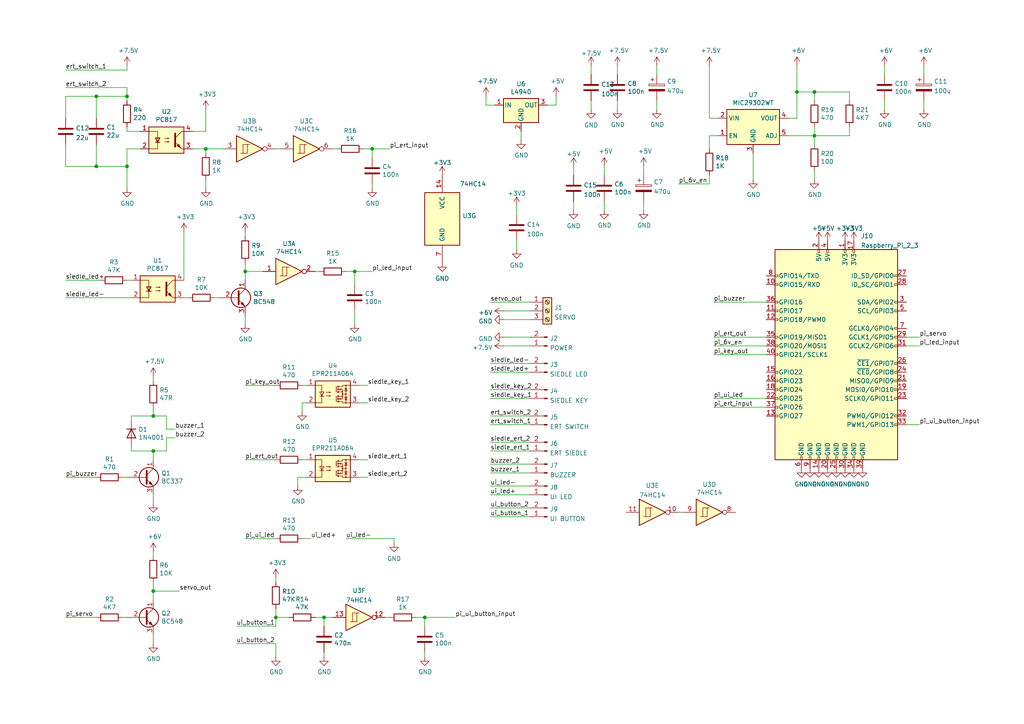
<source format=kicad_sch>
(kicad_sch (version 20211123) (generator eeschema)
  (paper "A4")
  (lib_symbols
    (symbol "74xx:74HC14" (pin_names (offset 1.016))
      (property "Reference" "U" (at 0 1.27 0))
      (property "Value" "74HC14" (at 0 -1.27 0))
      (symbol "74HC14_1_0"
        (pin input line (at -7.62 0 0) (length 3.81) (name "~") (number "1"))
        (pin output inverted (at 7.62 0 180) (length 3.81) (name "~") (number "2"))
      )
      (symbol "74HC14_2_0"
        (pin input line (at -7.62 0 0) (length 3.81) (name "~") (number "3"))
        (pin output inverted (at 7.62 0 180) (length 3.81) (name "~") (number "4"))
      )
      (symbol "74HC14_3_0"
        (pin input line (at -7.62 0 0) (length 3.81) (name "~") (number "5"))
        (pin output inverted (at 7.62 0 180) (length 3.81) (name "~") (number "6"))
      )
      (symbol "74HC14_4_0"
        (pin output inverted (at 7.62 0 180) (length 3.81) (name "~") (number "8"))
        (pin input line (at -7.62 0 0) (length 3.81) (name "~") (number "9"))
      )
      (symbol "74HC14_5_0"
        (pin output inverted (at 7.62 0 180) (length 3.81) (name "~") (number "10"))
        (pin input line (at -7.62 0 0) (length 3.81) (name "~") (number "11"))
      )
      (symbol "74HC14_6_0"
        (pin output inverted (at 7.62 0 180) (length 3.81) (name "~") (number "12"))
        (pin input line (at -7.62 0 0) (length 3.81) (name "~") (number "13"))
      )
      (symbol "74HC14_7_0"
        (pin power_in line (at 0 12.7 270) (length 5.08) (name "VCC") (number "14"))
        (pin power_in line (at 0 -12.7 90) (length 5.08) (name "GND") (number "7"))
      )
    )
    (symbol "Connector:Conn_01x02_Male" (pin_names (offset 1.016) hide)
      (property "Reference" "J" (at 0 2.54 0))
      (property "Value" "Conn_01x02_Male" (at 0 -5.08 0))
      (symbol "Conn_01x02_Male_1_1"
        (pin passive line (at 5.08 0 180) (length 3.81) (name "Pin_1") (number "1"))
        (pin passive line (at 5.08 -2.54 180) (length 3.81) (name "Pin_2") (number "2"))
      )
    )
    (symbol "Connector:Raspberry_Pi_2_3" (pin_names (offset 1.016))
      (property "Reference" "J" (at -17.78 31.75 0))
      (property "Value" "Raspberry_Pi_2_3" (at 10.16 -31.75 0))
      (symbol "Raspberry_Pi_2_3_1_1"
        (pin power_in line (at 2.54 33.02 270) (length 2.54) (name "3V3") (number "1"))
        (pin bidirectional line (at -20.32 20.32 0) (length 2.54) (name "GPIO15/RXD") (number "10"))
        (pin bidirectional line (at -20.32 12.7 0) (length 2.54) (name "GPIO17") (number "11"))
        (pin bidirectional line (at -20.32 10.16 0) (length 2.54) (name "GPIO18/PWM0") (number "12"))
        (pin bidirectional line (at -20.32 -17.78 0) (length 2.54) (name "GPIO27") (number "13"))
        (pin power_in line (at -5.08 -33.02 90) (length 2.54) (name "GND") (number "14"))
        (pin bidirectional line (at -20.32 -5.08 0) (length 2.54) (name "GPIO22") (number "15"))
        (pin bidirectional line (at -20.32 -7.62 0) (length 2.54) (name "GPIO23") (number "16"))
        (pin power_in line (at 5.08 33.02 270) (length 2.54) (name "3V3") (number "17"))
        (pin bidirectional line (at -20.32 -10.16 0) (length 2.54) (name "GPIO24") (number "18"))
        (pin bidirectional line (at 20.32 -10.16 180) (length 2.54) (name "MOSI0/GPIO10") (number "19"))
        (pin power_in line (at -5.08 33.02 270) (length 2.54) (name "5V") (number "2"))
        (pin power_in line (at -2.54 -33.02 90) (length 2.54) (name "GND") (number "20"))
        (pin bidirectional line (at 20.32 -7.62 180) (length 2.54) (name "MISO0/GPIO9") (number "21"))
        (pin bidirectional line (at -20.32 -12.7 0) (length 2.54) (name "GPIO25") (number "22"))
        (pin bidirectional line (at 20.32 -12.7 180) (length 2.54) (name "SCLK0/GPIO11") (number "23"))
        (pin bidirectional line (at 20.32 -5.08 180) (length 2.54) (name "~{CE0}/GPIO8") (number "24"))
        (pin power_in line (at 0 -33.02 90) (length 2.54) (name "GND") (number "25"))
        (pin bidirectional line (at 20.32 -2.54 180) (length 2.54) (name "~{CE1}/GPIO7") (number "26"))
        (pin bidirectional line (at 20.32 22.86 180) (length 2.54) (name "ID_SD/GPIO0") (number "27"))
        (pin bidirectional line (at 20.32 20.32 180) (length 2.54) (name "ID_SC/GPIO1") (number "28"))
        (pin bidirectional line (at 20.32 5.08 180) (length 2.54) (name "GCLK1/GPIO5") (number "29"))
        (pin bidirectional line (at 20.32 15.24 180) (length 2.54) (name "SDA/GPIO2") (number "3"))
        (pin power_in line (at 2.54 -33.02 90) (length 2.54) (name "GND") (number "30"))
        (pin bidirectional line (at 20.32 2.54 180) (length 2.54) (name "GCLK2/GPIO6") (number "31"))
        (pin bidirectional line (at 20.32 -17.78 180) (length 2.54) (name "PWM0/GPIO12") (number "32"))
        (pin bidirectional line (at 20.32 -20.32 180) (length 2.54) (name "PWM1/GPIO13") (number "33"))
        (pin power_in line (at 5.08 -33.02 90) (length 2.54) (name "GND") (number "34"))
        (pin bidirectional line (at -20.32 5.08 0) (length 2.54) (name "GPIO19/MISO1") (number "35"))
        (pin bidirectional line (at -20.32 15.24 0) (length 2.54) (name "GPIO16") (number "36"))
        (pin bidirectional line (at -20.32 -15.24 0) (length 2.54) (name "GPIO26") (number "37"))
        (pin bidirectional line (at -20.32 2.54 0) (length 2.54) (name "GPIO20/MOSI1") (number "38"))
        (pin power_in line (at 7.62 -33.02 90) (length 2.54) (name "GND") (number "39"))
        (pin power_in line (at -2.54 33.02 270) (length 2.54) (name "5V") (number "4"))
        (pin bidirectional line (at -20.32 0 0) (length 2.54) (name "GPIO21/SCLK1") (number "40"))
        (pin bidirectional line (at 20.32 12.7 180) (length 2.54) (name "SCL/GPIO3") (number "5"))
        (pin power_in line (at -10.16 -33.02 90) (length 2.54) (name "GND") (number "6"))
        (pin bidirectional line (at 20.32 7.62 180) (length 2.54) (name "GCLK0/GPIO4") (number "7"))
        (pin bidirectional line (at -20.32 22.86 0) (length 2.54) (name "GPIO14/TXD") (number "8"))
        (pin power_in line (at -7.62 -33.02 90) (length 2.54) (name "GND") (number "9"))
      )
    )
    (symbol "Connector:Screw_Terminal_01x03" (pin_names (offset 1.016) hide)
      (property "Reference" "J" (at 0 5.08 0))
      (property "Value" "Screw_Terminal_01x03" (at 0 -5.08 0))
      (symbol "Screw_Terminal_01x03_1_1"
        (pin passive line (at -5.08 2.54 0) (length 3.81) (name "Pin_1") (number "1"))
        (pin passive line (at -5.08 0 0) (length 3.81) (name "Pin_2") (number "2"))
        (pin passive line (at -5.08 -2.54 0) (length 3.81) (name "Pin_3") (number "3"))
      )
    )
    (symbol "Device:C" (pin_numbers hide) (pin_names (offset 0.254))
      (property "Reference" "C" (at 0.635 2.54 0))
      (property "Value" "C" (at 0.635 -2.54 0))
      (symbol "C_1_1"
        (pin passive line (at 0 3.81 270) (length 2.794) (name "~") (number "1"))
        (pin passive line (at 0 -3.81 90) (length 2.794) (name "~") (number "2"))
      )
    )
    (symbol "Device:C_Polarized" (pin_numbers hide) (pin_names (offset 0.254))
      (property "Reference" "C" (at 0.635 2.54 0))
      (property "Value" "C_Polarized" (at 0.635 -2.54 0))
      (symbol "C_Polarized_1_1"
        (pin passive line (at 0 3.81 270) (length 2.794) (name "~") (number "1"))
        (pin passive line (at 0 -3.81 90) (length 2.794) (name "~") (number "2"))
      )
    )
    (symbol "Device:R" (pin_numbers hide) (pin_names (offset 0))
      (property "Reference" "R" (at 2.032 0 90))
      (property "Value" "R" (at 0 0 90))
      (symbol "R_1_1"
        (pin passive line (at 0 3.81 270) (length 1.27) (name "~") (number "1"))
        (pin passive line (at 0 -3.81 90) (length 1.27) (name "~") (number "2"))
      )
    )
    (symbol "Diode:1N4001" (pin_numbers hide) (pin_names (offset 1.016) hide)
      (property "Reference" "D" (at 0 2.54 0))
      (property "Value" "1N4001" (at 0 -2.54 0))
      (symbol "1N4001_1_1"
        (pin passive line (at -3.81 0 0) (length 2.54) (name "K") (number "1"))
        (pin passive line (at 3.81 0 180) (length 2.54) (name "A") (number "2"))
      )
    )
    (symbol "Isolator:PC817" (pin_names (offset 1.016))
      (property "Reference" "U" (at -5.08 5.08 0))
      (property "Value" "PC817" (at 0 5.08 0))
      (symbol "PC817_1_1"
        (pin passive line (at -7.62 2.54 0) (length 2.54) (name "~") (number "1"))
        (pin passive line (at -7.62 -2.54 0) (length 2.54) (name "~") (number "2"))
        (pin passive line (at 7.62 -2.54 180) (length 2.54) (name "~") (number "3"))
        (pin passive line (at 7.62 2.54 180) (length 2.54) (name "~") (number "4"))
      )
    )
    (symbol "Regulator_Linear:L7805" (pin_names (offset 0.254))
      (property "Reference" "U" (at -3.81 3.175 0))
      (property "Value" "L7805" (at 0 3.175 0))
      (symbol "L7805_1_1"
        (pin power_in line (at -7.62 0 0) (length 2.54) (name "IN") (number "1"))
        (pin power_in line (at 0 -7.62 90) (length 2.54) (name "GND") (number "2"))
        (pin power_out line (at 7.62 0 180) (length 2.54) (name "OUT") (number "3"))
      )
    )
    (symbol "Regulator_Linear:MIC29302WT"
      (property "Reference" "U" (at -6.35 6.35 0))
      (property "Value" "MIC29302WT" (at 2.54 6.35 0))
      (symbol "MIC29302WT_1_1"
        (pin input line (at -10.16 -2.54 0) (length 2.54) (name "EN") (number "1"))
        (pin power_in line (at -10.16 2.54 0) (length 2.54) (name "VIN") (number "2"))
        (pin power_in line (at 0 -7.62 90) (length 2.54) (name "GND") (number "3"))
        (pin power_out line (at 10.16 2.54 180) (length 2.54) (name "VOUT") (number "4"))
        (pin input line (at 10.16 -2.54 180) (length 2.54) (name "ADJ") (number "5"))
      )
    )
    (symbol "Relay_SolidState:TLP222A"
      (property "Reference" "U" (at -5.08 5.08 0))
      (property "Value" "TLP222A" (at 0 5.08 0))
      (symbol "TLP222A_1_1"
        (pin passive line (at -7.62 2.54 0) (length 2.54) (name "~") (number "1"))
        (pin passive line (at -7.62 -2.54 0) (length 2.54) (name "~") (number "2"))
        (pin passive line (at 7.62 -2.54 180) (length 2.54) (name "~") (number "3"))
        (pin passive line (at 7.62 2.54 180) (length 2.54) (name "~") (number "4"))
      )
    )
    (symbol "Transistor_BJT:BC337" (pin_names (offset 0) hide)
      (property "Reference" "Q" (at 5.08 1.905 0))
      (property "Value" "BC337" (at 5.08 0 0))
      (symbol "BC337_1_1"
        (pin passive line (at 2.54 5.08 270) (length 2.54) (name "C") (number "1"))
        (pin input line (at -5.08 0 0) (length 5.08) (name "B") (number "2"))
        (pin passive line (at 2.54 -5.08 90) (length 2.54) (name "E") (number "3"))
      )
    )
    (symbol "Transistor_BJT:BC548" (pin_names (offset 0) hide)
      (property "Reference" "Q" (at 5.08 1.905 0))
      (property "Value" "BC548" (at 5.08 0 0))
      (symbol "BC548_1_1"
        (pin passive line (at 2.54 5.08 270) (length 2.54) (name "C") (number "1"))
        (pin input line (at -5.08 0 0) (length 5.08) (name "B") (number "2"))
        (pin passive line (at 2.54 -5.08 90) (length 2.54) (name "E") (number "3"))
      )
    )
    (symbol "power:+3.3V" (power) (pin_names (offset 0))
      (property "Value" "+3.3V" (at 0 3.556 0))
      (symbol "+3.3V_1_1"
        (pin power_in line (at 0 0 90) (length 0) hide (name "+3V3") (number "1"))
      )
    )
    (symbol "power:+5V" (power) (pin_names (offset 0))
      (property "Value" "+5V" (at 0 3.556 0))
      (symbol "+5V_1_1"
        (pin power_in line (at 0 0 90) (length 0) hide (name "+5V") (number "1"))
      )
    )
    (symbol "power:+6V" (power) (pin_names (offset 0))
      (property "Value" "+6V" (at 0 3.556 0))
      (symbol "+6V_1_1"
        (pin power_in line (at 0 0 90) (length 0) hide (name "+6V") (number "1"))
      )
    )
    (symbol "power:+7.5V" (power) (pin_names (offset 0))
      (property "Value" "+7.5V" (at 0 3.556 0))
      (symbol "+7.5V_1_1"
        (pin power_in line (at 0 0 90) (length 0) hide (name "+7.5V") (number "1"))
      )
    )
    (symbol "power:GND" (power) (pin_names (offset 0))
      (property "Value" "GND" (at 0 -3.81 0))
      (symbol "GND_1_1"
        (pin power_in line (at 0 0 270) (length 0) hide (name "GND") (number "1"))
      )
    )
  )
  (junction (at 27.94 48.26))
  (junction (at 80.01 179.07))
  (junction (at 107.95 43.18))
  (junction (at 44.45 120.65))
  (junction (at 236.22 26.67))
  (junction (at 71.12 78.74))
  (junction (at 36.83 27.94))
  (junction (at 44.45 130.81))
  (junction (at 59.69 43.18))
  (junction (at 93.98 179.07))
  (junction (at 236.22 39.37))
  (junction (at 44.45 171.45))
  (junction (at 36.83 48.26))
  (junction (at 231.14 26.67))
  (junction (at 123.19 179.07))
  (junction (at 27.94 27.94))
  (junction (at 102.87 78.74))
  (wire (pts (xy 149.86 69.85) (xy 149.86 72.39)))
  (wire (pts (xy 231.14 34.29) (xy 228.6 34.29)))
  (wire (pts (xy 19.05 27.94) (xy 19.05 34.29)))
  (wire (pts (xy 205.74 34.29) (xy 208.28 34.29)))
  (wire (pts (xy 105.41 43.18) (xy 107.95 43.18)))
  (wire (pts (xy 120.65 179.07) (xy 123.19 179.07)))
  (wire (pts (xy 38.1 130.81) (xy 44.45 130.81)))
  (wire (pts (xy 236.22 36.83) (xy 236.22 39.37)))
  (wire (pts (xy 44.45 171.45) (xy 44.45 173.99)))
  (wire (pts (xy 44.45 171.45) (xy 52.07 171.45)))
  (wire (pts (xy 142.24 123.19) (xy 153.67 123.19)))
  (wire (pts (xy 87.63 133.35) (xy 88.9 133.35)))
  (wire (pts (xy 205.74 39.37) (xy 205.74 43.18)))
  (wire (pts (xy 36.83 48.26) (xy 27.94 48.26)))
  (wire (pts (xy 107.95 53.34) (xy 107.95 54.61)))
  (wire (pts (xy 123.19 179.07) (xy 132.08 179.07)))
  (wire (pts (xy 71.12 91.44) (xy 71.12 93.98)))
  (wire (pts (xy 142.24 130.81) (xy 153.67 130.81)))
  (wire (pts (xy 262.89 100.33) (xy 266.7 100.33)))
  (wire (pts (xy 68.58 186.69) (xy 80.01 186.69)))
  (wire (pts (xy 190.5 19.05) (xy 190.5 21.59)))
  (wire (pts (xy 208.28 39.37) (xy 205.74 39.37)))
  (wire (pts (xy 40.64 43.18) (xy 36.83 43.18)))
  (wire (pts (xy 80.01 167.64) (xy 80.01 168.91)))
  (wire (pts (xy 207.01 118.11) (xy 222.25 118.11)))
  (wire (pts (xy 246.38 39.37) (xy 246.38 36.83)))
  (wire (pts (xy 48.26 130.81) (xy 48.26 127)))
  (wire (pts (xy 142.24 115.57) (xy 153.67 115.57)))
  (wire (pts (xy 142.24 113.03) (xy 153.67 113.03)))
  (wire (pts (xy 146.05 97.79) (xy 153.67 97.79)))
  (wire (pts (xy 142.24 137.16) (xy 153.67 137.16)))
  (wire (pts (xy 267.97 29.21) (xy 267.97 31.75)))
  (wire (pts (xy 80.01 179.07) (xy 80.01 176.53)))
  (wire (pts (xy 59.69 43.18) (xy 59.69 44.45)))
  (wire (pts (xy 146.05 92.71) (xy 153.67 92.71)))
  (wire (pts (xy 59.69 52.07) (xy 59.69 54.61)))
  (wire (pts (xy 149.86 59.69) (xy 149.86 62.23)))
  (wire (pts (xy 166.37 58.42) (xy 166.37 60.96)))
  (wire (pts (xy 53.34 81.28) (xy 53.34 67.31)))
  (wire (pts (xy 104.14 133.35) (xy 106.68 133.35)))
  (wire (pts (xy 256.54 29.21) (xy 256.54 31.75)))
  (wire (pts (xy 71.12 76.2) (xy 71.12 78.74)))
  (wire (pts (xy 93.98 189.23) (xy 93.98 190.5)))
  (wire (pts (xy 80.01 156.21) (xy 71.12 156.21)))
  (wire (pts (xy 231.14 26.67) (xy 236.22 26.67)))
  (wire (pts (xy 36.83 48.26) (xy 36.83 54.61)))
  (wire (pts (xy 36.83 19.05) (xy 36.83 20.32)))
  (wire (pts (xy 171.45 19.05) (xy 171.45 21.59)))
  (wire (pts (xy 48.26 124.46) (xy 50.8 124.46)))
  (wire (pts (xy 59.69 43.18) (xy 64.77 43.18)))
  (wire (pts (xy 246.38 26.67) (xy 246.38 29.21)))
  (wire (pts (xy 80.01 186.69) (xy 80.01 190.5)))
  (wire (pts (xy 107.95 43.18) (xy 107.95 45.72)))
  (wire (pts (xy 80.01 111.76) (xy 71.12 111.76)))
  (wire (pts (xy 186.69 48.26) (xy 186.69 50.8)))
  (wire (pts (xy 102.87 90.17) (xy 102.87 93.98)))
  (wire (pts (xy 104.14 111.76) (xy 106.68 111.76)))
  (wire (pts (xy 175.26 48.26) (xy 175.26 50.8)))
  (wire (pts (xy 91.44 179.07) (xy 93.98 179.07)))
  (wire (pts (xy 35.56 138.43) (xy 36.83 138.43)))
  (wire (pts (xy 27.94 48.26) (xy 27.94 41.91)))
  (wire (pts (xy 190.5 29.21) (xy 190.5 31.75)))
  (wire (pts (xy 228.6 39.37) (xy 236.22 39.37)))
  (wire (pts (xy 36.83 38.1) (xy 40.64 38.1)))
  (wire (pts (xy 87.63 156.21) (xy 90.17 156.21)))
  (wire (pts (xy 231.14 19.05) (xy 231.14 26.67)))
  (wire (pts (xy 123.19 189.23) (xy 123.19 190.5)))
  (wire (pts (xy 44.45 184.15) (xy 44.45 186.69)))
  (wire (pts (xy 86.36 138.43) (xy 88.9 138.43)))
  (wire (pts (xy 236.22 39.37) (xy 236.22 41.91)))
  (wire (pts (xy 142.24 107.95) (xy 153.67 107.95)))
  (wire (pts (xy 44.45 109.22) (xy 44.45 110.49)))
  (wire (pts (xy 27.94 138.43) (xy 19.05 138.43)))
  (wire (pts (xy 142.24 149.86) (xy 153.67 149.86)))
  (wire (pts (xy 27.94 179.07) (xy 19.05 179.07)))
  (wire (pts (xy 171.45 29.21) (xy 171.45 31.75)))
  (wire (pts (xy 104.14 138.43) (xy 106.68 138.43)))
  (wire (pts (xy 48.26 120.65) (xy 48.26 124.46)))
  (wire (pts (xy 161.29 27.94) (xy 161.29 30.48)))
  (wire (pts (xy 262.89 123.19) (xy 266.7 123.19)))
  (wire (pts (xy 55.88 43.18) (xy 59.69 43.18)))
  (wire (pts (xy 218.44 44.45) (xy 218.44 52.07)))
  (wire (pts (xy 44.45 130.81) (xy 48.26 130.81)))
  (wire (pts (xy 36.83 36.83) (xy 36.83 38.1)))
  (wire (pts (xy 38.1 86.36) (xy 19.05 86.36)))
  (wire (pts (xy 29.21 81.28) (xy 19.05 81.28)))
  (wire (pts (xy 179.07 19.05) (xy 179.07 21.59)))
  (wire (pts (xy 175.26 58.42) (xy 175.26 60.96)))
  (wire (pts (xy 44.45 143.51) (xy 44.45 146.05)))
  (wire (pts (xy 207.01 102.87) (xy 222.25 102.87)))
  (wire (pts (xy 71.12 78.74) (xy 71.12 81.28)))
  (wire (pts (xy 262.89 97.79) (xy 266.7 97.79)))
  (wire (pts (xy 142.24 87.63) (xy 153.67 87.63)))
  (wire (pts (xy 166.37 48.26) (xy 166.37 50.8)))
  (wire (pts (xy 19.05 48.26) (xy 19.05 41.91)))
  (wire (pts (xy 36.83 27.94) (xy 36.83 29.21)))
  (wire (pts (xy 236.22 39.37) (xy 246.38 39.37)))
  (wire (pts (xy 36.83 81.28) (xy 38.1 81.28)))
  (wire (pts (xy 71.12 78.74) (xy 76.2 78.74)))
  (wire (pts (xy 205.74 50.8) (xy 205.74 53.34)))
  (wire (pts (xy 104.14 116.84) (xy 106.68 116.84)))
  (wire (pts (xy 161.29 30.48) (xy 158.75 30.48)))
  (wire (pts (xy 256.54 19.05) (xy 256.54 21.59)))
  (wire (pts (xy 102.87 78.74) (xy 102.87 82.55)))
  (wire (pts (xy 140.97 30.48) (xy 143.51 30.48)))
  (wire (pts (xy 44.45 120.65) (xy 44.45 118.11)))
  (wire (pts (xy 44.45 120.65) (xy 48.26 120.65)))
  (wire (pts (xy 44.45 168.91) (xy 44.45 171.45)))
  (wire (pts (xy 53.34 86.36) (xy 54.61 86.36)))
  (wire (pts (xy 111.76 179.07) (xy 113.03 179.07)))
  (wire (pts (xy 44.45 160.02) (xy 44.45 161.29)))
  (wire (pts (xy 36.83 179.07) (xy 35.56 179.07)))
  (wire (pts (xy 114.3 156.21) (xy 114.3 157.48)))
  (wire (pts (xy 36.83 43.18) (xy 36.83 48.26)))
  (wire (pts (xy 102.87 78.74) (xy 107.95 78.74)))
  (wire (pts (xy 123.19 179.07) (xy 123.19 181.61)))
  (wire (pts (xy 59.69 38.1) (xy 55.88 38.1)))
  (wire (pts (xy 142.24 105.41) (xy 153.67 105.41)))
  (wire (pts (xy 80.01 43.18) (xy 81.28 43.18)))
  (wire (pts (xy 236.22 49.53) (xy 236.22 52.07)))
  (wire (pts (xy 207.01 97.79) (xy 222.25 97.79)))
  (wire (pts (xy 19.05 25.4) (xy 36.83 25.4)))
  (wire (pts (xy 107.95 43.18) (xy 113.03 43.18)))
  (wire (pts (xy 205.74 19.05) (xy 205.74 34.29)))
  (wire (pts (xy 87.63 111.76) (xy 88.9 111.76)))
  (wire (pts (xy 151.13 38.1) (xy 151.13 40.64)))
  (wire (pts (xy 142.24 120.65) (xy 153.67 120.65)))
  (wire (pts (xy 196.85 148.59) (xy 198.12 148.59)))
  (wire (pts (xy 59.69 31.75) (xy 59.69 38.1)))
  (wire (pts (xy 87.63 116.84) (xy 87.63 119.38)))
  (wire (pts (xy 36.83 20.32) (xy 19.05 20.32)))
  (wire (pts (xy 87.63 116.84) (xy 88.9 116.84)))
  (wire (pts (xy 146.05 90.17) (xy 153.67 90.17)))
  (wire (pts (xy 267.97 19.05) (xy 267.97 21.59)))
  (wire (pts (xy 91.44 78.74) (xy 92.71 78.74)))
  (wire (pts (xy 38.1 121.92) (xy 38.1 120.65)))
  (wire (pts (xy 236.22 29.21) (xy 236.22 26.67)))
  (wire (pts (xy 80.01 133.35) (xy 71.12 133.35)))
  (wire (pts (xy 142.24 134.62) (xy 153.67 134.62)))
  (wire (pts (xy 86.36 138.43) (xy 86.36 140.97)))
  (wire (pts (xy 36.83 25.4) (xy 36.83 27.94)))
  (wire (pts (xy 27.94 48.26) (xy 19.05 48.26)))
  (wire (pts (xy 93.98 179.07) (xy 96.52 179.07)))
  (wire (pts (xy 93.98 179.07) (xy 93.98 181.61)))
  (wire (pts (xy 48.26 127) (xy 50.8 127)))
  (wire (pts (xy 205.74 53.34) (xy 196.85 53.34)))
  (wire (pts (xy 207.01 100.33) (xy 222.25 100.33)))
  (wire (pts (xy 146.05 100.33) (xy 153.67 100.33)))
  (wire (pts (xy 186.69 58.42) (xy 186.69 60.96)))
  (wire (pts (xy 80.01 179.07) (xy 83.82 179.07)))
  (wire (pts (xy 80.01 181.61) (xy 68.58 181.61)))
  (wire (pts (xy 142.24 143.51) (xy 153.67 143.51)))
  (wire (pts (xy 38.1 129.54) (xy 38.1 130.81)))
  (wire (pts (xy 207.01 115.57) (xy 222.25 115.57)))
  (wire (pts (xy 142.24 128.27) (xy 153.67 128.27)))
  (wire (pts (xy 140.97 27.94) (xy 140.97 30.48)))
  (wire (pts (xy 96.52 43.18) (xy 97.79 43.18)))
  (wire (pts (xy 100.33 156.21) (xy 114.3 156.21)))
  (wire (pts (xy 27.94 27.94) (xy 19.05 27.94)))
  (wire (pts (xy 207.01 87.63) (xy 222.25 87.63)))
  (wire (pts (xy 44.45 130.81) (xy 44.45 133.35)))
  (wire (pts (xy 36.83 27.94) (xy 27.94 27.94)))
  (wire (pts (xy 231.14 26.67) (xy 231.14 34.29)))
  (wire (pts (xy 100.33 78.74) (xy 102.87 78.74)))
  (wire (pts (xy 62.23 86.36) (xy 63.5 86.36)))
  (wire (pts (xy 27.94 27.94) (xy 27.94 34.29)))
  (wire (pts (xy 71.12 67.31) (xy 71.12 68.58)))
  (wire (pts (xy 142.24 147.32) (xy 153.67 147.32)))
  (wire (pts (xy 38.1 120.65) (xy 44.45 120.65)))
  (wire (pts (xy 142.24 140.97) (xy 153.67 140.97)))
  (wire (pts (xy 179.07 29.21) (xy 179.07 31.75)))
  (wire (pts (xy 80.01 179.07) (xy 80.01 181.61)))
  (wire (pts (xy 236.22 26.67) (xy 246.38 26.67)))
  (label "pi_key_out" (at 207.01 102.87 0))
  (label "buzzer_2" (at 50.8 127 0))
  (label "ui_led-" (at 100.33 156.21 0))
  (label "pi_ui_led" (at 207.01 115.57 0))
  (label "ert_switch_1" (at 142.24 123.19 0))
  (label "pi_servo" (at 266.7 97.79 0))
  (label "pi_6v_en" (at 196.85 53.34 0))
  (label "siedle_ert_1" (at 142.24 130.81 0))
  (label "pi_ui_led" (at 71.12 156.21 0))
  (label "siedle_ert_2" (at 106.68 138.43 0))
  (label "siedle_ert_1" (at 106.68 133.35 0))
  (label "pi_6v_en" (at 207.01 100.33 0))
  (label "pi_ui_button_input" (at 132.08 179.07 0))
  (label "siedle_led+" (at 19.05 81.28 0))
  (label "pi_ert_input" (at 113.03 43.18 0))
  (label "pi_buzzer" (at 19.05 138.43 0))
  (label "buzzer_1" (at 50.8 124.46 0))
  (label "pi_ert_input" (at 207.01 118.11 0))
  (label "siedle_ert_2" (at 142.24 128.27 0))
  (label "pi_ert_out" (at 71.12 133.35 0))
  (label "siedle_key_2" (at 142.24 113.03 0))
  (label "siedle_key_2" (at 106.68 116.84 0))
  (label "ui_led-" (at 142.24 140.97 0))
  (label "ui_led+" (at 142.24 143.51 0))
  (label "pi_key_out" (at 71.12 111.76 0))
  (label "pi_servo" (at 19.05 179.07 0))
  (label "siedle_led+" (at 142.24 107.95 0))
  (label "buzzer_2" (at 142.24 134.62 0))
  (label "ert_switch_1" (at 19.05 20.32 0))
  (label "pi_led_input" (at 266.7 100.33 0))
  (label "siedle_led-" (at 19.05 86.36 0))
  (label "servo_out" (at 52.07 171.45 0))
  (label "ui_button_2" (at 142.24 147.32 0))
  (label "ui_button_2" (at 68.58 186.69 0))
  (label "pi_led_input" (at 107.95 78.74 0))
  (label "siedle_led-" (at 142.24 105.41 0))
  (label "pi_ert_out" (at 207.01 97.79 0))
  (label "ert_switch_2" (at 142.24 120.65 0))
  (label "ert_switch_2" (at 19.05 25.4 0))
  (label "siedle_key_1" (at 142.24 115.57 0))
  (label "buzzer_1" (at 142.24 137.16 0))
  (label "servo_out" (at 142.24 87.63 0))
  (label "pi_ui_button_input" (at 266.7 123.19 0))
  (label "siedle_key_1" (at 106.68 111.76 0))
  (label "ui_button_1" (at 68.58 181.61 0))
  (label "ui_led+" (at 90.17 156.21 0))
  (label "ui_button_1" (at 142.24 149.86 0))
  (label "pi_buzzer" (at 207.01 87.63 0))
  (symbol (lib_id "Transistor_BJT:BC548") (at 41.91 179.07 0) (unit 1)
    (property "Reference" "Q2" (at 46.7614 177.9016 0) (effects (justify left)))
    (property "Value" "BC548" (at 46.7614 180.213 0) (effects (justify left)))
    (property "Footprint" "Package_TO_SOT_THT:TO-92_Inline_Wide" (effects hide))
    (property "Datasheet" "https://www.onsemi.com/pub/Collateral/BC550-D.pdf" (effects hide))
  )
  (symbol (lib_id "Device:R") (at 44.45 165.1 0) (unit 1)
    (property "Reference" "R6" (at 46.228 163.9316 0) (effects (justify left)))
    (property "Value" "10K" (at 46.228 166.243 0) (effects (justify left)))
    (property "Footprint" "Resistor_THT:R_Axial_DIN0207_L6.3mm_D2.5mm_P2.54mm_Vertical" (effects hide))
  )
  (symbol (lib_id "Device:R") (at 31.75 179.07 270) (unit 1)
    (property "Reference" "R2" (at 31.75 173.8122 90))
    (property "Value" "4K7" (at 31.75 176.1236 90))
    (property "Footprint" "Resistor_THT:R_Axial_DIN0207_L6.3mm_D2.5mm_P2.54mm_Vertical" (effects hide))
  )
  (symbol (lib_id "power:GND") (at 44.45 186.69 0) (unit 1)
    (property "Reference" "#PWR06" (effects hide))
    (property "Value" "GND" (at 44.577 191.0842 0))
  )
  (symbol (lib_id "power:+6V") (at 44.45 160.02 0) (unit 1)
    (property "Reference" "#PWR05" (effects hide))
    (property "Value" "+6V" (at 44.831 155.6258 0))
  )
  (symbol (lib_id "Device:R") (at 31.75 138.43 270) (unit 1)
    (property "Reference" "R1" (at 31.75 133.1722 90))
    (property "Value" "470" (at 31.75 135.4836 90))
    (property "Footprint" "Resistor_THT:R_Axial_DIN0207_L6.3mm_D2.5mm_P2.54mm_Vertical" (effects hide))
  )
  (symbol (lib_id "Transistor_BJT:BC337") (at 41.91 138.43 0) (unit 1)
    (property "Reference" "Q1" (at 46.7614 137.2616 0) (effects (justify left)))
    (property "Value" "BC337" (at 46.7614 139.573 0) (effects (justify left)))
    (property "Footprint" "Package_TO_SOT_THT:TO-92_Inline_Wide" (effects hide))
    (property "Datasheet" "https://diotec.com/tl_files/diotec/files/pdf/datasheets/bc337.pdf" (effects hide))
  )
  (symbol (lib_id "Diode:1N4001") (at 38.1 125.73 270) (unit 1)
    (property "Reference" "D1" (at 40.132 124.5616 90) (effects (justify left)))
    (property "Value" "1N4001" (at 40.132 126.873 90) (effects (justify left)))
    (property "Footprint" "Diode_THT:D_DO-41_SOD81_P2.54mm_Vertical_AnodeUp" (effects hide))
    (property "Datasheet" "http://www.vishay.com/docs/88503/1n4001.pdf" (effects hide))
  )
  (symbol (lib_id "power:GND") (at 44.45 146.05 0) (unit 1)
    (property "Reference" "#PWR04" (effects hide))
    (property "Value" "GND" (at 44.577 150.4442 0))
  )
  (symbol (lib_id "Device:R") (at 44.45 114.3 0) (unit 1)
    (property "Reference" "R5" (at 46.228 113.1316 0) (effects (justify left)))
    (property "Value" "47R" (at 46.228 115.443 0) (effects (justify left)))
    (property "Footprint" "Resistor_THT:R_Axial_DIN0207_L6.3mm_D2.5mm_P5.08mm_Vertical" (effects hide))
  )
  (symbol (lib_id "power:+7.5V") (at 44.45 109.22 0) (unit 1)
    (property "Reference" "#PWR03" (effects hide))
    (property "Value" "+7.5V" (at 44.831 104.8258 0))
  )
  (symbol (lib_id "Isolator:PC817") (at 45.72 83.82 0) (unit 1)
    (property "Reference" "U1" (at 45.72 75.565 0))
    (property "Value" "PC817" (at 45.72 77.8764 0))
    (property "Footprint" "Package_DIP:DIP-4_W7.62mm" (effects hide))
    (property "Datasheet" "http://www.soselectronic.cz/a_info/resource/d/pc817.pdf" (effects hide))
  )
  (symbol (lib_id "Device:R") (at 58.42 86.36 90) (unit 1)
    (property "Reference" "R7" (at 58.42 81.1022 90))
    (property "Value" "10K" (at 58.42 83.4136 90))
    (property "Footprint" "Resistor_THT:R_Axial_DIN0207_L6.3mm_D2.5mm_P10.16mm_Horizontal" (effects hide))
  )
  (symbol (lib_id "Transistor_BJT:BC548") (at 68.58 86.36 0) (unit 1)
    (property "Reference" "Q3" (at 73.4314 85.1916 0) (effects (justify left)))
    (property "Value" "BC548" (at 73.4314 87.503 0) (effects (justify left)))
    (property "Footprint" "Package_TO_SOT_THT:TO-92_Inline_Wide" (effects hide))
    (property "Datasheet" "https://www.onsemi.com/pub/Collateral/BC550-D.pdf" (effects hide))
  )
  (symbol (lib_id "Device:R") (at 71.12 72.39 0) (unit 1)
    (property "Reference" "R9" (at 72.898 71.2216 0) (effects (justify left)))
    (property "Value" "10K" (at 72.898 73.533 0) (effects (justify left)))
    (property "Footprint" "Resistor_THT:R_Axial_DIN0207_L6.3mm_D2.5mm_P10.16mm_Horizontal" (effects hide))
  )
  (symbol (lib_id "Device:R") (at 33.02 81.28 270) (unit 1)
    (property "Reference" "R3" (at 33.02 76.0222 90))
    (property "Value" "47K" (at 33.02 78.3336 90))
    (property "Footprint" "Resistor_THT:R_Axial_DIN0207_L6.3mm_D2.5mm_P5.08mm_Vertical" (effects hide))
  )
  (symbol (lib_id "74xx:74HC14") (at 83.82 78.74 0) (unit 1)
    (property "Reference" "U3" (at 83.82 70.6882 0))
    (property "Value" "74HC14" (at 83.82 72.9996 0))
    (property "Footprint" "Package_DIP:DIP-14_W7.62mm" (effects hide))
    (property "Datasheet" "http://www.ti.com/lit/gpn/sn74HC14" (effects hide))
  )
  (symbol (lib_id "Device:R") (at 96.52 78.74 270) (unit 1)
    (property "Reference" "R15" (at 96.52 73.4822 90))
    (property "Value" "1K" (at 96.52 75.7936 90))
    (property "Footprint" "Resistor_THT:R_Axial_DIN0309_L9.0mm_D3.2mm_P12.70mm_Horizontal" (effects hide))
  )
  (symbol (lib_id "Device:C") (at 123.19 185.42 0) (unit 1)
    (property "Reference" "C5" (at 126.111 184.2516 0) (effects (justify left)))
    (property "Value" "100n" (at 126.111 186.563 0) (effects (justify left)))
    (property "Footprint" "Capacitor_THT:C_Disc_D5.0mm_W2.5mm_P2.50mm" (effects hide))
  )
  (symbol (lib_id "Device:C") (at 102.87 86.36 0) (unit 1)
    (property "Reference" "C3" (at 105.791 85.1916 0) (effects (justify left)))
    (property "Value" "100n" (at 105.791 87.503 0) (effects (justify left)))
    (property "Footprint" "Capacitor_THT:C_Disc_D5.0mm_W2.5mm_P2.50mm" (effects hide))
  )
  (symbol (lib_id "Device:C") (at 107.95 49.53 0) (unit 1)
    (property "Reference" "C4" (at 110.871 48.3616 0) (effects (justify left)))
    (property "Value" "100n" (at 110.871 50.673 0) (effects (justify left)))
    (property "Footprint" "Capacitor_THT:C_Disc_D5.0mm_W2.5mm_P2.50mm" (effects hide))
  )
  (symbol (lib_id "power:+3.3V") (at 71.12 67.31 0) (unit 1)
    (property "Reference" "#PWR010" (effects hide))
    (property "Value" "+3.3V" (at 71.501 62.9158 0))
  )
  (symbol (lib_id "power:GND") (at 71.12 93.98 0) (unit 1)
    (property "Reference" "#PWR011" (effects hide))
    (property "Value" "GND" (at 71.247 98.3742 0))
  )
  (symbol (lib_id "power:+3.3V") (at 53.34 67.31 0) (unit 1)
    (property "Reference" "#PWR07" (effects hide))
    (property "Value" "+3.3V" (at 53.721 62.9158 0))
  )
  (symbol (lib_id "power:GND") (at 123.19 190.5 0) (unit 1)
    (property "Reference" "#PWR020" (effects hide))
    (property "Value" "GND" (at 123.317 194.8942 0))
  )
  (symbol (lib_id "Relay_SolidState:TLP222A") (at 96.52 114.3 0) (unit 1)
    (property "Reference" "U4" (at 96.52 106.045 0))
    (property "Value" "EPR211A064" (at 96.52 108.3564 0))
    (property "Footprint" "Package_DIP:DIP-4_W7.62mm" (effects hide))
    (property "Datasheet" "https://toshiba.semicon-storage.com/info/docget.jsp?did=17036&prodName=TLP222A" (effects hide))
  )
  (symbol (lib_id "Device:R") (at 83.82 111.76 270) (unit 1)
    (property "Reference" "R11" (at 83.82 106.5022 90))
    (property "Value" "470" (at 83.82 108.8136 90))
    (property "Footprint" "Resistor_THT:R_Axial_DIN0207_L6.3mm_D2.5mm_P5.08mm_Vertical" (effects hide))
  )
  (symbol (lib_id "Relay_SolidState:TLP222A") (at 96.52 135.89 0) (unit 1)
    (property "Reference" "U5" (at 96.52 127.635 0))
    (property "Value" "EPR211A064" (at 96.52 129.9464 0))
    (property "Footprint" "Package_DIP:DIP-4_W7.62mm" (effects hide))
    (property "Datasheet" "https://toshiba.semicon-storage.com/info/docget.jsp?did=17036&prodName=TLP222A" (effects hide))
  )
  (symbol (lib_id "Device:R") (at 83.82 133.35 270) (unit 1)
    (property "Reference" "R12" (at 83.82 128.0922 90))
    (property "Value" "470" (at 83.82 130.4036 90))
    (property "Footprint" "Resistor_THT:R_Axial_DIN0207_L6.3mm_D2.5mm_P10.16mm_Horizontal" (effects hide))
  )
  (symbol (lib_id "power:GND") (at 107.95 54.61 0) (unit 1)
    (property "Reference" "#PWR019" (effects hide))
    (property "Value" "GND" (at 108.077 59.0042 0))
  )
  (symbol (lib_id "power:GND") (at 102.87 93.98 0) (unit 1)
    (property "Reference" "#PWR018" (effects hide))
    (property "Value" "GND" (at 102.997 98.3742 0))
  )
  (symbol (lib_id "power:+7.5V") (at 36.83 19.05 0) (unit 1)
    (property "Reference" "#PWR01" (effects hide))
    (property "Value" "+7.5V" (at 37.211 14.6558 0))
  )
  (symbol (lib_id "Device:R") (at 36.83 33.02 0) (unit 1)
    (property "Reference" "R4" (at 38.608 31.8516 0) (effects (justify left)))
    (property "Value" "220" (at 38.608 34.163 0) (effects (justify left)))
    (property "Footprint" "Resistor_THT:R_Axial_DIN0207_L6.3mm_D2.5mm_P2.54mm_Vertical" (effects hide))
  )
  (symbol (lib_id "Device:C") (at 27.94 38.1 0) (unit 1)
    (property "Reference" "C1" (at 30.861 36.9316 0) (effects (justify left)))
    (property "Value" "22u" (at 30.861 39.243 0) (effects (justify left)))
    (property "Footprint" "Capacitor_SMD:C_1210_3225Metric" (effects hide))
  )
  (symbol (lib_id "Isolator:PC817") (at 48.26 40.64 0) (unit 1)
    (property "Reference" "U2" (at 48.26 32.385 0))
    (property "Value" "PC817" (at 48.26 34.6964 0))
    (property "Footprint" "Package_DIP:DIP-4_W7.62mm" (effects hide))
    (property "Datasheet" "http://www.soselectronic.cz/a_info/resource/d/pc817.pdf" (effects hide))
  )
  (symbol (lib_id "Device:R") (at 59.69 48.26 0) (unit 1)
    (property "Reference" "R8" (at 61.468 47.0916 0) (effects (justify left)))
    (property "Value" "1K" (at 61.468 49.403 0) (effects (justify left)))
    (property "Footprint" "Resistor_THT:R_Axial_DIN0207_L6.3mm_D2.5mm_P10.16mm_Horizontal" (effects hide))
  )
  (symbol (lib_id "power:+3.3V") (at 59.69 31.75 0) (unit 1)
    (property "Reference" "#PWR08" (effects hide))
    (property "Value" "+3.3V" (at 60.071 27.3558 0))
  )
  (symbol (lib_id "74xx:74HC14") (at 72.39 43.18 0) (unit 2)
    (property "Reference" "U3" (at 72.39 35.1282 0))
    (property "Value" "74HC14" (at 72.39 37.4396 0))
    (property "Footprint" "Package_DIP:DIP-14_W7.62mm" (effects hide))
    (property "Datasheet" "http://www.ti.com/lit/gpn/sn74HC14" (effects hide))
  )
  (symbol (lib_id "74xx:74HC14") (at 88.9 43.18 0) (unit 3)
    (property "Reference" "U3" (at 88.9 35.1282 0))
    (property "Value" "74HC14" (at 88.9 37.4396 0))
    (property "Footprint" "Package_DIP:DIP-14_W7.62mm" (effects hide))
    (property "Datasheet" "http://www.ti.com/lit/gpn/sn74HC14" (effects hide))
  )
  (symbol (lib_id "Device:R") (at 101.6 43.18 270) (unit 1)
    (property "Reference" "R16" (at 101.6 37.9222 90))
    (property "Value" "1K" (at 101.6 40.2336 90))
    (property "Footprint" "Resistor_THT:R_Axial_DIN0207_L6.3mm_D2.5mm_P15.24mm_Horizontal" (effects hide))
  )
  (symbol (lib_id "power:GND") (at 36.83 54.61 0) (unit 1)
    (property "Reference" "#PWR02" (effects hide))
    (property "Value" "GND" (at 36.957 59.0042 0))
  )
  (symbol (lib_id "power:GND") (at 59.69 54.61 0) (unit 1)
    (property "Reference" "#PWR09" (effects hide))
    (property "Value" "GND" (at 59.817 59.0042 0))
  )
  (symbol (lib_id "power:GND") (at 87.63 119.38 0) (unit 1)
    (property "Reference" "#PWR015" (effects hide))
    (property "Value" "GND" (at 87.757 123.7742 0))
  )
  (symbol (lib_id "power:GND") (at 86.36 140.97 0) (unit 1)
    (property "Reference" "#PWR014" (effects hide))
    (property "Value" "GND" (at 86.487 145.3642 0))
  )
  (symbol (lib_id "Device:R") (at 83.82 156.21 270) (unit 1)
    (property "Reference" "R13" (at 83.82 150.9522 90))
    (property "Value" "470" (at 83.82 153.2636 90))
    (property "Footprint" "Resistor_THT:R_Axial_DIN0207_L6.3mm_D2.5mm_P5.08mm_Vertical" (effects hide))
  )
  (symbol (lib_id "Device:R") (at 80.01 172.72 0) (unit 1)
    (property "Reference" "R10" (at 81.788 171.5516 0) (effects (justify left)))
    (property "Value" "47K" (at 81.788 173.863 0) (effects (justify left)))
    (property "Footprint" "Resistor_THT:R_Axial_DIN0309_L9.0mm_D3.2mm_P12.70mm_Horizontal" (effects hide))
  )
  (symbol (lib_id "Device:R") (at 87.63 179.07 270) (unit 1)
    (property "Reference" "R14" (at 87.63 173.8122 90))
    (property "Value" "47K" (at 87.63 176.1236 90))
    (property "Footprint" "Resistor_THT:R_Axial_DIN0207_L6.3mm_D2.5mm_P5.08mm_Vertical" (effects hide))
  )
  (symbol (lib_id "Device:C") (at 93.98 185.42 0) (unit 1)
    (property "Reference" "C2" (at 96.901 184.2516 0) (effects (justify left)))
    (property "Value" "470n" (at 96.901 186.563 0) (effects (justify left)))
    (property "Footprint" "Capacitor_THT:C_Disc_D5.0mm_W2.5mm_P2.50mm" (effects hide))
  )
  (symbol (lib_id "74xx:74HC14") (at 205.74 148.59 0) (unit 4)
    (property "Reference" "U3" (at 205.74 140.5382 0))
    (property "Value" "74HC14" (at 205.74 142.8496 0))
    (property "Footprint" "Package_DIP:DIP-14_W7.62mm" (effects hide))
    (property "Datasheet" "http://www.ti.com/lit/gpn/sn74HC14" (effects hide))
  )
  (symbol (lib_id "Device:R") (at 116.84 179.07 270) (unit 1)
    (property "Reference" "R17" (at 116.84 173.8122 90))
    (property "Value" "1K" (at 116.84 176.1236 90))
    (property "Footprint" "Resistor_THT:R_Axial_DIN0207_L6.3mm_D2.5mm_P2.54mm_Vertical" (effects hide))
  )
  (symbol (lib_id "power:GND") (at 93.98 190.5 0) (unit 1)
    (property "Reference" "#PWR016" (effects hide))
    (property "Value" "GND" (at 94.107 194.8942 0))
  )
  (symbol (lib_id "power:GND") (at 80.01 190.5 0) (unit 1)
    (property "Reference" "#PWR013" (effects hide))
    (property "Value" "GND" (at 80.137 194.8942 0))
  )
  (symbol (lib_id "power:+3.3V") (at 80.01 167.64 0) (unit 1)
    (property "Reference" "#PWR012" (effects hide))
    (property "Value" "+3.3V" (at 80.391 163.2458 0))
  )
  (symbol (lib_id "power:+7.5V") (at 140.97 27.94 0) (unit 1)
    (property "Reference" "#PWR023" (effects hide))
    (property "Value" "+7.5V" (at 141.351 23.5458 0))
  )
  (symbol (lib_id "power:+5V") (at 161.29 27.94 0) (unit 1)
    (property "Reference" "#PWR027" (effects hide))
    (property "Value" "+5V" (at 161.671 23.5458 0))
  )
  (symbol (lib_id "power:GND") (at 151.13 40.64 0) (unit 1)
    (property "Reference" "#PWR026" (effects hide))
    (property "Value" "GND" (at 151.257 45.0342 0))
  )
  (symbol (lib_id "Regulator_Linear:MIC29302WT") (at 218.44 36.83 0) (unit 1)
    (property "Reference" "U7" (at 218.44 27.5082 0))
    (property "Value" "MIC29302WT" (at 218.44 29.8196 0))
    (property "Footprint" "Resistor_THT:R_Array_SIP5" (effects hide))
    (property "Datasheet" "http://ww1.microchip.com/downloads/en/devicedoc/20005685a.pdf" (effects hide))
  )
  (symbol (lib_id "power:GND") (at 218.44 52.07 0) (unit 1)
    (property "Reference" "#PWR033" (effects hide))
    (property "Value" "GND" (at 218.567 56.4642 0))
  )
  (symbol (lib_id "power:+6V") (at 231.14 19.05 0) (unit 1)
    (property "Reference" "#PWR034" (effects hide))
    (property "Value" "+6V" (at 231.521 14.6558 0))
  )
  (symbol (lib_id "power:+7.5V") (at 205.74 19.05 0) (unit 1)
    (property "Reference" "#PWR032" (effects hide))
    (property "Value" "+7.5V" (at 206.121 14.6558 0))
  )
  (symbol (lib_id "Device:R") (at 236.22 33.02 0) (unit 1)
    (property "Reference" "R19" (at 237.998 31.8516 0) (effects (justify left)))
    (property "Value" "470" (at 237.998 34.163 0) (effects (justify left)))
    (property "Footprint" "Resistor_THT:R_Axial_DIN0207_L6.3mm_D2.5mm_P2.54mm_Vertical" (effects hide))
  )
  (symbol (lib_id "Device:R") (at 246.38 33.02 0) (unit 1)
    (property "Reference" "R21" (at 248.158 31.8516 0) (effects (justify left)))
    (property "Value" "4K7" (at 248.158 34.163 0) (effects (justify left)))
    (property "Footprint" "Resistor_THT:R_Axial_DIN0207_L6.3mm_D2.5mm_P2.54mm_Vertical" (effects hide))
  )
  (symbol (lib_id "Device:R") (at 236.22 45.72 0) (unit 1)
    (property "Reference" "R20" (at 237.998 44.5516 0) (effects (justify left)))
    (property "Value" "100" (at 237.998 46.863 0) (effects (justify left)))
    (property "Footprint" "Resistor_THT:R_Axial_DIN0207_L6.3mm_D2.5mm_P5.08mm_Vertical" (effects hide))
  )
  (symbol (lib_id "power:GND") (at 236.22 52.07 0) (unit 1)
    (property "Reference" "#PWR035" (effects hide))
    (property "Value" "GND" (at 236.347 56.4642 0))
  )
  (symbol (lib_id "Device:C") (at 179.07 25.4 0) (unit 1)
    (property "Reference" "C8" (at 181.991 24.2316 0) (effects (justify left)))
    (property "Value" "100n" (at 181.991 26.543 0) (effects (justify left)))
    (property "Footprint" "Capacitor_THT:C_Disc_D5.0mm_W2.5mm_P2.50mm" (effects hide))
  )
  (symbol (lib_id "Device:C") (at 256.54 25.4 0) (unit 1)
    (property "Reference" "C10" (at 259.461 24.2316 0) (effects (justify left)))
    (property "Value" "100n" (at 259.461 26.543 0) (effects (justify left)))
    (property "Footprint" "Capacitor_THT:C_Disc_D5.0mm_W2.5mm_P2.50mm" (effects hide))
  )
  (symbol (lib_id "power:GND") (at 179.07 31.75 0) (unit 1)
    (property "Reference" "#PWR029" (effects hide))
    (property "Value" "GND" (at 179.197 36.1442 0))
  )
  (symbol (lib_id "power:GND") (at 190.5 31.75 0) (unit 1)
    (property "Reference" "#PWR031" (effects hide))
    (property "Value" "GND" (at 190.627 36.1442 0))
  )
  (symbol (lib_id "power:+7.5V") (at 179.07 19.05 0) (unit 1)
    (property "Reference" "#PWR028" (effects hide))
    (property "Value" "+7.5V" (at 179.451 14.6558 0))
  )
  (symbol (lib_id "power:+7.5V") (at 190.5 19.05 0) (unit 1)
    (property "Reference" "#PWR030" (effects hide))
    (property "Value" "+7.5V" (at 190.881 14.6558 0))
  )
  (symbol (lib_id "power:+6V") (at 256.54 19.05 0) (unit 1)
    (property "Reference" "#PWR036" (effects hide))
    (property "Value" "+6V" (at 256.921 14.6558 0))
  )
  (symbol (lib_id "power:+6V") (at 267.97 19.05 0) (unit 1)
    (property "Reference" "#PWR038" (effects hide))
    (property "Value" "+6V" (at 268.351 14.6558 0))
  )
  (symbol (lib_id "power:GND") (at 256.54 31.75 0) (unit 1)
    (property "Reference" "#PWR037" (effects hide))
    (property "Value" "GND" (at 256.667 36.1442 0))
  )
  (symbol (lib_id "power:GND") (at 267.97 31.75 0) (unit 1)
    (property "Reference" "#PWR039" (effects hide))
    (property "Value" "GND" (at 268.097 36.1442 0))
  )
  (symbol (lib_id "power:+5V") (at 175.26 48.26 0) (unit 1)
    (property "Reference" "#PWR021" (effects hide))
    (property "Value" "+5V" (at 175.641 43.8658 0))
  )
  (symbol (lib_id "power:+5V") (at 186.69 48.26 0) (unit 1)
    (property "Reference" "#PWR024" (effects hide))
    (property "Value" "+5V" (at 187.071 43.8658 0))
  )
  (symbol (lib_id "power:GND") (at 175.26 60.96 0) (unit 1)
    (property "Reference" "#PWR022" (effects hide))
    (property "Value" "GND" (at 175.387 65.3542 0))
  )
  (symbol (lib_id "power:GND") (at 186.69 60.96 0) (unit 1)
    (property "Reference" "#PWR025" (effects hide))
    (property "Value" "GND" (at 186.817 65.3542 0))
  )
  (symbol (lib_id "Device:C") (at 175.26 54.61 0) (unit 1)
    (property "Reference" "C6" (at 178.181 53.4416 0) (effects (justify left)))
    (property "Value" "100n" (at 178.181 55.753 0) (effects (justify left)))
    (property "Footprint" "Capacitor_THT:C_Disc_D5.0mm_W2.5mm_P2.50mm" (effects hide))
  )
  (symbol (lib_id "Device:R") (at 205.74 46.99 0) (unit 1)
    (property "Reference" "R18" (at 207.518 45.8216 0) (effects (justify left)))
    (property "Value" "1K" (at 207.518 48.133 0) (effects (justify left)))
    (property "Footprint" "Resistor_THT:R_Axial_DIN0207_L6.3mm_D2.5mm_P5.08mm_Vertical" (effects hide))
  )
  (symbol (lib_id "Regulator_Linear:L7805") (at 151.13 30.48 0) (unit 1)
    (property "Reference" "U6" (at 151.13 24.3332 0))
    (property "Value" "L4940" (at 151.13 26.6446 0))
    (property "Footprint" "Package_TO_SOT_THT:TO-220-3_Horizontal_TabDown" (effects hide))
    (property "Datasheet" "http://www.st.com/content/ccc/resource/technical/document/datasheet/41/4f/b3/b0/12/d4/47/88/CD00000444.pdf/files/CD00000444.pdf/jcr:content/translations/en.CD00000444.pdf" (effects hide))
  )
  (symbol (lib_id "Connector:Conn_01x02_Male") (at 158.75 149.86 180) (unit 1)
    (property "Reference" "J9" (at 159.4612 147.6815 0) (effects (justify right)))
    (property "Value" "UI BUTTON" (at 159.4612 150.4566 0) (effects (justify right)))
    (property "Footprint" "Connector_PinHeader_2.54mm:PinHeader_1x02_P2.54mm_Vertical" (effects hide))
  )
  (symbol (lib_id "Connector:Conn_01x02_Male") (at 158.75 143.51 180) (unit 1)
    (property "Reference" "J8" (at 159.4612 141.3315 0) (effects (justify right)))
    (property "Value" "UI LED" (at 159.4612 144.1066 0) (effects (justify right)))
    (property "Footprint" "Connector_PinHeader_2.54mm:PinHeader_1x02_P2.54mm_Vertical" (effects hide))
  )
  (symbol (lib_id "Connector:Conn_01x02_Male") (at 158.75 107.95 180) (unit 1)
    (property "Reference" "J3" (at 159.4612 105.7715 0) (effects (justify right)))
    (property "Value" "SIEDLE LED" (at 159.4612 108.5466 0) (effects (justify right)))
    (property "Footprint" "Connector_PinHeader_2.54mm:PinHeader_1x02_P2.54mm_Vertical" (effects hide))
  )
  (symbol (lib_id "power:GND") (at 242.57 135.89 0) (unit 1)
    (property "Reference" "#PWR050" (effects hide))
    (property "Value" "GND" (at 242.57 140.4525 0))
  )
  (symbol (lib_id "74xx:74HC14") (at 128.27 63.5 0) (unit 7)
    (property "Reference" "U3" (at 134.112 62.5915 0) (effects (justify left)))
    (property "Value" "74HC14" (at 133.35 53.34 0) (effects (justify left)))
    (property "Footprint" "Package_DIP:DIP-14_W7.62mm" (effects hide))
    (property "Datasheet" "http://www.ti.com/lit/gpn/sn74HC14" (effects hide))
  )
  (symbol (lib_id "74xx:74HC14") (at 104.14 179.07 0) (unit 6)
    (property "Reference" "U3" (at 104.14 171.2935 0))
    (property "Value" "74HC14" (at 104.14 174.0686 0))
    (property "Footprint" "Package_DIP:DIP-14_W7.62mm" (effects hide))
    (property "Datasheet" "http://www.ti.com/lit/gpn/sn74HC14" (effects hide))
  )
  (symbol (lib_id "Device:C_Polarized") (at 186.69 54.61 0) (unit 1)
    (property "Reference" "C7" (at 189.611 52.8125 0) (effects (justify left)))
    (property "Value" "470u" (at 189.611 55.5876 0) (effects (justify left)))
    (property "Footprint" "Capacitor_THT:CP_Radial_D12.5mm_P5.00mm" (effects hide))
  )
  (symbol (lib_id "Connector:Raspberry_Pi_2_3") (at 242.57 102.87 0) (unit 1)
    (property "Reference" "J10" (at 249.6694 68.4235 0) (effects (justify left)))
    (property "Value" "Raspberry_Pi_2_3" (at 249.6694 71.1986 0) (effects (justify left)))
    (property "Footprint" "Connector_PinSocket_2.54mm:PinSocket_2x20_P2.54mm_Vertical" (effects hide))
    (property "Datasheet" "https://www.raspberrypi.org/documentation/hardware/raspberrypi/schematics/rpi_SCH_3bplus_1p0_reduced.pdf" (effects hide))
  )
  (symbol (lib_id "Connector:Conn_01x02_Male") (at 158.75 137.16 180) (unit 1)
    (property "Reference" "J7" (at 159.4612 134.9815 0) (effects (justify right)))
    (property "Value" "BUZZER" (at 159.4612 137.7566 0) (effects (justify right)))
    (property "Footprint" "Connector_PinHeader_2.54mm:PinHeader_1x02_P2.54mm_Vertical" (effects hide))
  )
  (symbol (lib_id "Connector:Conn_01x02_Male") (at 158.75 130.81 180) (unit 1)
    (property "Reference" "J6" (at 159.4612 128.6315 0) (effects (justify right)))
    (property "Value" "ERT SIEDLE" (at 159.4612 131.4066 0) (effects (justify right)))
    (property "Footprint" "Connector_PinHeader_2.54mm:PinHeader_1x02_P2.54mm_Vertical" (effects hide))
  )
  (symbol (lib_id "power:GND") (at 166.37 60.96 0) (unit 1)
    (property "Reference" "#PWR0106" (effects hide))
    (property "Value" "GND" (at 166.37 65.5225 0))
  )
  (symbol (lib_id "Connector:Conn_01x02_Male") (at 158.75 123.19 180) (unit 1)
    (property "Reference" "J5" (at 159.4612 121.0115 0) (effects (justify right)))
    (property "Value" "ERT SWITCH" (at 159.4612 123.7866 0) (effects (justify right)))
    (property "Footprint" "Connector_PinHeader_2.54mm:PinHeader_1x02_P2.54mm_Vertical" (effects hide))
  )
  (symbol (lib_id "Device:C_Polarized") (at 190.5 25.4 0) (unit 1)
    (property "Reference" "C9" (at 193.421 23.6025 0) (effects (justify left)))
    (property "Value" "470u" (at 193.421 26.3776 0) (effects (justify left)))
    (property "Footprint" "Capacitor_THT:CP_Radial_D12.5mm_P5.00mm" (effects hide))
  )
  (symbol (lib_id "power:GND") (at 128.27 76.2 0) (unit 1)
    (property "Reference" "#PWR0102" (effects hide))
    (property "Value" "GND" (at 128.27 80.7625 0))
  )
  (symbol (lib_id "power:+5V") (at 166.37 48.26 0) (unit 1)
    (property "Reference" "#PWR0105" (effects hide))
    (property "Value" "+5V" (at 166.37 44.6555 0))
  )
  (symbol (lib_id "power:GND") (at 250.19 135.89 0) (unit 1)
    (property "Reference" "#PWR055" (effects hide))
    (property "Value" "GND" (at 250.19 140.4525 0))
  )
  (symbol (lib_id "74xx:74HC14") (at 189.23 148.59 0) (unit 5)
    (property "Reference" "U3" (at 189.23 140.8135 0))
    (property "Value" "74HC14" (at 189.23 143.5886 0))
    (property "Footprint" "Package_DIP:DIP-14_W7.62mm" (effects hide))
    (property "Datasheet" "http://www.ti.com/lit/gpn/sn74HC14" (effects hide))
  )
  (symbol (lib_id "Device:C") (at 19.05 38.1 0) (unit 1)
    (property "Reference" "C12" (at 21.971 37.1915 0) (effects (justify left)))
    (property "Value" "22u" (at 21.971 39.9666 0) (effects (justify left)))
    (property "Footprint" "Capacitor_SMD:C_1210_3225Metric" (effects hide))
  )
  (symbol (lib_id "power:GND") (at 114.3 157.48 0) (unit 1)
    (property "Reference" "#PWR017" (effects hide))
    (property "Value" "GND" (at 114.3 162.0425 0))
  )
  (symbol (lib_id "power:+7.5V") (at 171.45 19.05 0) (unit 1)
    (property "Reference" "#PWR0104" (effects hide))
    (property "Value" "+7.5V" (at 171.45 15.4455 0))
  )
  (symbol (lib_id "power:+3.3V") (at 149.86 59.69 0) (unit 1)
    (property "Reference" "#PWR0107" (effects hide))
    (property "Value" "+3.3V" (at 149.86 56.0855 0))
  )
  (symbol (lib_id "power:+3.3V") (at 245.11 69.85 0) (unit 1)
    (property "Reference" "#PWR051" (effects hide))
    (property "Value" "+3.3V" (at 245.11 66.2455 0))
  )
  (symbol (lib_id "power:GND") (at 245.11 135.89 0) (unit 1)
    (property "Reference" "#PWR052" (effects hide))
    (property "Value" "GND" (at 245.11 140.4525 0))
  )
  (symbol (lib_id "power:GND") (at 247.65 135.89 0) (unit 1)
    (property "Reference" "#PWR054" (effects hide))
    (property "Value" "GND" (at 247.65 140.4525 0))
  )
  (symbol (lib_id "Device:C") (at 166.37 54.61 0) (unit 1)
    (property "Reference" "C15" (at 169.291 53.7015 0) (effects (justify left)))
    (property "Value" "100n" (at 169.291 56.4766 0) (effects (justify left)))
    (property "Footprint" "Capacitor_THT:C_Disc_D5.0mm_W2.5mm_P2.50mm" (effects hide))
  )
  (symbol (lib_id "Device:C") (at 149.86 66.04 0) (unit 1)
    (property "Reference" "C14" (at 152.781 65.1315 0) (effects (justify left)))
    (property "Value" "100n" (at 152.781 67.9066 0) (effects (justify left)))
    (property "Footprint" "Capacitor_THT:C_Disc_D7.5mm_W5.0mm_P7.50mm" (effects hide))
  )
  (symbol (lib_id "Device:C") (at 171.45 25.4 0) (unit 1)
    (property "Reference" "C13" (at 174.371 24.4915 0) (effects (justify left)))
    (property "Value" "100n" (at 174.371 27.2666 0) (effects (justify left)))
    (property "Footprint" "Capacitor_THT:C_Disc_D5.0mm_W2.5mm_P2.50mm" (effects hide))
  )
  (symbol (lib_id "Connector:Conn_01x02_Male") (at 158.75 115.57 180) (unit 1)
    (property "Reference" "J4" (at 159.4612 113.3915 0) (effects (justify right)))
    (property "Value" "SIEDLE KEY" (at 159.4612 116.1666 0) (effects (justify right)))
    (property "Footprint" "Connector_PinHeader_2.54mm:PinHeader_1x02_P2.54mm_Vertical" (effects hide))
  )
  (symbol (lib_id "power:+6V") (at 146.05 90.17 90) (unit 1)
    (property "Reference" "#PWR040" (effects hide))
    (property "Value" "+6V" (at 142.8751 90.649 90) (effects (justify left)))
  )
  (symbol (lib_id "power:GND") (at 240.03 135.89 0) (unit 1)
    (property "Reference" "#PWR049" (effects hide))
    (property "Value" "GND" (at 240.03 140.4525 0))
  )
  (symbol (lib_id "power:GND") (at 146.05 97.79 270) (unit 1)
    (property "Reference" "#PWR042" (effects hide))
    (property "Value" "GND" (at 142.8751 98.269 90) (effects (justify right)))
  )
  (symbol (lib_id "power:+3.3V") (at 128.27 50.8 0) (unit 1)
    (property "Reference" "#PWR0101" (effects hide))
    (property "Value" "+3.3V" (at 128.27 47.1955 0))
  )
  (symbol (lib_id "power:GND") (at 237.49 135.89 0) (unit 1)
    (property "Reference" "#PWR047" (effects hide))
    (property "Value" "GND" (at 237.49 140.4525 0))
  )
  (symbol (lib_id "Device:C_Polarized") (at 267.97 25.4 0) (unit 1)
    (property "Reference" "C11" (at 270.891 23.6025 0) (effects (justify left)))
    (property "Value" "100u" (at 270.891 26.3776 0) (effects (justify left)))
    (property "Footprint" "Capacitor_THT:CP_Radial_D10.0mm_P2.50mm" (effects hide))
  )
  (symbol (lib_id "power:GND") (at 171.45 31.75 0) (unit 1)
    (property "Reference" "#PWR0103" (effects hide))
    (property "Value" "GND" (at 171.45 36.3125 0))
  )
  (symbol (lib_id "power:+5V") (at 240.03 69.85 0) (unit 1)
    (property "Reference" "#PWR048" (effects hide))
    (property "Value" "+5V" (at 240.03 66.2455 0))
  )
  (symbol (lib_id "power:+3.3V") (at 247.65 69.85 0) (unit 1)
    (property "Reference" "#PWR053" (effects hide))
    (property "Value" "+3.3V" (at 247.65 66.2455 0))
  )
  (symbol (lib_id "power:GND") (at 146.05 92.71 270) (unit 1)
    (property "Reference" "#PWR041" (effects hide))
    (property "Value" "GND" (at 142.8751 93.189 90) (effects (justify right)))
  )
  (symbol (lib_id "power:GND") (at 234.95 135.89 0) (unit 1)
    (property "Reference" "#PWR045" (effects hide))
    (property "Value" "GND" (at 234.95 140.4525 0))
  )
  (symbol (lib_id "Connector:Conn_01x02_Male") (at 158.75 100.33 180) (unit 1)
    (property "Reference" "J2" (at 159.4612 98.1515 0) (effects (justify right)))
    (property "Value" "POWER" (at 159.4612 100.9266 0) (effects (justify right)))
    (property "Footprint" "Connector_PinHeader_2.54mm:PinHeader_1x02_P2.54mm_Vertical" (effects hide))
  )
  (symbol (lib_id "power:GND") (at 232.41 135.89 0) (unit 1)
    (property "Reference" "#PWR044" (effects hide))
    (property "Value" "GND" (at 232.41 140.4525 0))
  )
  (symbol (lib_id "Connector:Screw_Terminal_01x03") (at 158.75 90.17 0) (unit 1)
    (property "Reference" "J1" (at 160.782 89.2615 0) (effects (justify left)))
    (property "Value" "SERVO" (at 160.782 92.0366 0) (effects (justify left)))
    (property "Footprint" "TerminalBlock:TerminalBlock_bornier-3_P5.08mm" (effects hide))
  )
  (symbol (lib_id "power:+7.5V") (at 146.05 100.33 90) (unit 1)
    (property "Reference" "#PWR043" (effects hide))
    (property "Value" "+7.5V" (at 142.875 100.809 90) (effects (justify left)))
  )
  (symbol (lib_id "power:+5V") (at 237.49 69.85 0) (unit 1)
    (property "Reference" "#PWR046" (effects hide))
    (property "Value" "+5V" (at 237.49 66.2455 0))
  )
  (symbol (lib_id "power:GND") (at 149.86 72.39 0) (unit 1)
    (property "Reference" "#PWR0108" (effects hide))
    (property "Value" "GND" (at 149.86 76.9525 0))
  )
)
</source>
